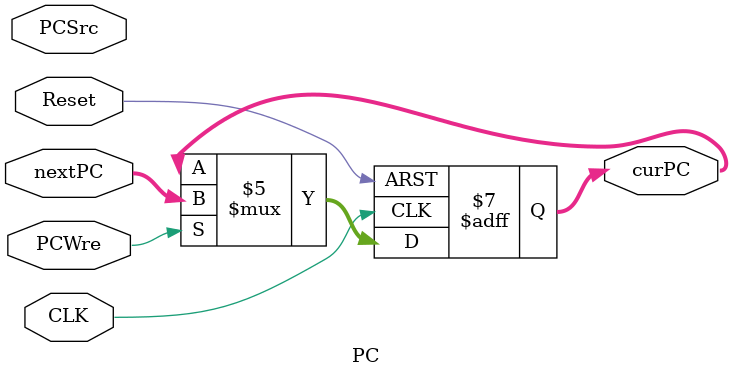
<source format=v>
`timescale 1ns / 1ps
module PC(
       input CLK,               //Ê±ÖÓ
       input Reset,             //ÊÇ·ñÖØÖÃµØÖ·¡£0-³õÊ¼»¯PC£¬·ñÔò½ÓÊÜÐÂµØÖ·
       input PCWre,             //ÊÇ·ñ½ÓÊÜÐÂµÄµØÖ·¡£0-²»¸ü¸Ä£»1-¿ÉÒÔ¸ü¸Ä
       input [1:0] PCSrc,             //Êý¾ÝÑ¡ÔñÆ÷ÊäÈë
       input [31:0] nextPC,  //ÐÂÖ¸ÁîµØÖ·
       output reg[31:0] curPC //µ±Ç°Ö¸ÁîµÄµØÖ·
    );

    initial begin
        curPC <= 0;
    end

    always@(posedge CLK or negedge Reset)
    begin
        if(!Reset) // Reset == 0, PC = 0
            begin
                curPC <= 0;//ÖØÖÃ°´Å¥
            end
        else 
            begin
                if(PCWre) // PCWre == 1 ¿ÉÒÔ¸Ä±äµÄÊ±ºò
                    begin 
                        curPC <= nextPC;//¸Ä±ä³ÉÐÂµÄµØÖ·
                    end
                else    // PCWre == 0, halt ²»ÄÜ¸Ä±ä¾ÍÍ£»ú
                    begin
                        curPC <= curPC;
                    end
            end
    end
endmodule

</source>
